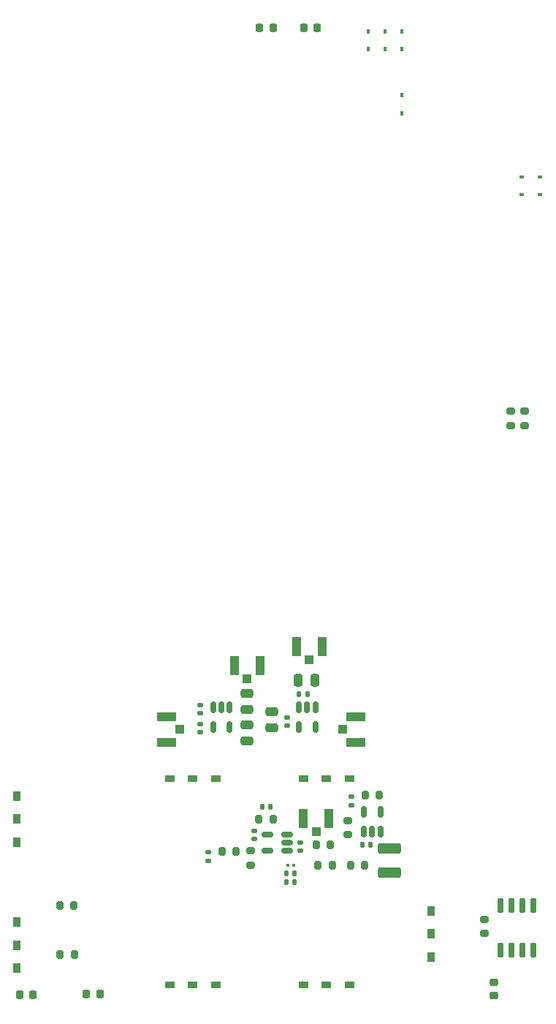
<source format=gbr>
%TF.GenerationSoftware,KiCad,Pcbnew,8.0.3+dfsg-1*%
%TF.CreationDate,2024-06-23T20:26:21+01:00*%
%TF.ProjectId,low-noise-power-probe-panel,6c6f772d-6e6f-4697-9365-2d706f776572,rev?*%
%TF.SameCoordinates,Original*%
%TF.FileFunction,Paste,Bot*%
%TF.FilePolarity,Positive*%
%FSLAX46Y46*%
G04 Gerber Fmt 4.6, Leading zero omitted, Abs format (unit mm)*
G04 Created by KiCad (PCBNEW 8.0.3+dfsg-1) date 2024-06-23 20:26:21*
%MOMM*%
%LPD*%
G01*
G04 APERTURE LIST*
G04 Aperture macros list*
%AMRoundRect*
0 Rectangle with rounded corners*
0 $1 Rounding radius*
0 $2 $3 $4 $5 $6 $7 $8 $9 X,Y pos of 4 corners*
0 Add a 4 corners polygon primitive as box body*
4,1,4,$2,$3,$4,$5,$6,$7,$8,$9,$2,$3,0*
0 Add four circle primitives for the rounded corners*
1,1,$1+$1,$2,$3*
1,1,$1+$1,$4,$5*
1,1,$1+$1,$6,$7*
1,1,$1+$1,$8,$9*
0 Add four rect primitives between the rounded corners*
20,1,$1+$1,$2,$3,$4,$5,0*
20,1,$1+$1,$4,$5,$6,$7,0*
20,1,$1+$1,$6,$7,$8,$9,0*
20,1,$1+$1,$8,$9,$2,$3,0*%
G04 Aperture macros list end*
%ADD10R,1.050000X2.200000*%
%ADD11R,1.000000X1.050000*%
%ADD12RoundRect,0.140000X0.170000X-0.140000X0.170000X0.140000X-0.170000X0.140000X-0.170000X-0.140000X0*%
%ADD13RoundRect,0.250000X0.475000X-0.250000X0.475000X0.250000X-0.475000X0.250000X-0.475000X-0.250000X0*%
%ADD14RoundRect,0.218750X-0.218750X-0.256250X0.218750X-0.256250X0.218750X0.256250X-0.218750X0.256250X0*%
%ADD15R,0.600000X0.450000*%
%ADD16R,2.200000X1.050000*%
%ADD17R,1.050000X1.000000*%
%ADD18RoundRect,0.200000X0.200000X0.275000X-0.200000X0.275000X-0.200000X-0.275000X0.200000X-0.275000X0*%
%ADD19RoundRect,0.200000X-0.200000X-0.275000X0.200000X-0.275000X0.200000X0.275000X-0.200000X0.275000X0*%
%ADD20RoundRect,0.150000X0.512500X0.150000X-0.512500X0.150000X-0.512500X-0.150000X0.512500X-0.150000X0*%
%ADD21RoundRect,0.140000X-0.140000X-0.170000X0.140000X-0.170000X0.140000X0.170000X-0.140000X0.170000X0*%
%ADD22RoundRect,0.150000X0.150000X-0.512500X0.150000X0.512500X-0.150000X0.512500X-0.150000X-0.512500X0*%
%ADD23RoundRect,0.150000X-0.150000X0.512500X-0.150000X-0.512500X0.150000X-0.512500X0.150000X0.512500X0*%
%ADD24RoundRect,0.250000X-0.250000X-0.475000X0.250000X-0.475000X0.250000X0.475000X-0.250000X0.475000X0*%
%ADD25RoundRect,0.200000X-0.275000X0.200000X-0.275000X-0.200000X0.275000X-0.200000X0.275000X0.200000X0*%
%ADD26RoundRect,0.140000X0.140000X0.170000X-0.140000X0.170000X-0.140000X-0.170000X0.140000X-0.170000X0*%
%ADD27R,0.450000X0.600000*%
%ADD28RoundRect,0.218750X0.256250X-0.218750X0.256250X0.218750X-0.256250X0.218750X-0.256250X-0.218750X0*%
%ADD29RoundRect,0.140000X-0.170000X0.140000X-0.170000X-0.140000X0.170000X-0.140000X0.170000X0.140000X0*%
%ADD30RoundRect,0.250000X-1.075000X0.375000X-1.075000X-0.375000X1.075000X-0.375000X1.075000X0.375000X0*%
%ADD31RoundRect,0.200000X0.275000X-0.200000X0.275000X0.200000X-0.275000X0.200000X-0.275000X-0.200000X0*%
%ADD32RoundRect,0.079500X-0.079500X-0.100500X0.079500X-0.100500X0.079500X0.100500X-0.079500X0.100500X0*%
%ADD33RoundRect,0.150000X-0.150000X0.725000X-0.150000X-0.725000X0.150000X-0.725000X0.150000X0.725000X0*%
%ADD34RoundRect,0.250000X-0.475000X0.250000X-0.475000X-0.250000X0.475000X-0.250000X0.475000X0.250000X0*%
G04 APERTURE END LIST*
%TO.C,J11*%
G36*
X211100000Y-138075000D02*
G01*
X212200000Y-138075000D01*
X212200000Y-137275000D01*
X211100000Y-137275000D01*
X211100000Y-138075000D01*
G37*
G36*
X213750000Y-138075000D02*
G01*
X214850000Y-138075000D01*
X214850000Y-137275000D01*
X213750000Y-137275000D01*
X213750000Y-138075000D01*
G37*
G36*
X216400000Y-138075000D02*
G01*
X217500000Y-138075000D01*
X217500000Y-137275000D01*
X216400000Y-137275000D01*
X216400000Y-138075000D01*
G37*
%TO.C,J7*%
G36*
X178800000Y-130975000D02*
G01*
X178000000Y-130975000D01*
X178000000Y-129875000D01*
X178800000Y-129875000D01*
X178800000Y-130975000D01*
G37*
G36*
X178800000Y-133625000D02*
G01*
X178000000Y-133625000D01*
X178000000Y-132525000D01*
X178800000Y-132525000D01*
X178800000Y-133625000D01*
G37*
G36*
X178800000Y-136275000D02*
G01*
X178000000Y-136275000D01*
X178000000Y-135175000D01*
X178800000Y-135175000D01*
X178800000Y-136275000D01*
G37*
%TO.C,J9*%
G36*
X211100000Y-114175000D02*
G01*
X212200000Y-114175000D01*
X212200000Y-113375000D01*
X211100000Y-113375000D01*
X211100000Y-114175000D01*
G37*
G36*
X213750000Y-114175000D02*
G01*
X214850000Y-114175000D01*
X214850000Y-113375000D01*
X213750000Y-113375000D01*
X213750000Y-114175000D01*
G37*
G36*
X216400000Y-114175000D02*
G01*
X217500000Y-114175000D01*
X217500000Y-113375000D01*
X216400000Y-113375000D01*
X216400000Y-114175000D01*
G37*
%TO.C,J8*%
G36*
X196700000Y-113375000D02*
G01*
X195600000Y-113375000D01*
X195600000Y-114175000D01*
X196700000Y-114175000D01*
X196700000Y-113375000D01*
G37*
G36*
X199350000Y-113375000D02*
G01*
X198250000Y-113375000D01*
X198250000Y-114175000D01*
X199350000Y-114175000D01*
X199350000Y-113375000D01*
G37*
G36*
X202000000Y-113375000D02*
G01*
X200900000Y-113375000D01*
X200900000Y-114175000D01*
X202000000Y-114175000D01*
X202000000Y-113375000D01*
G37*
%TO.C,J12*%
G36*
X226800000Y-129675000D02*
G01*
X226000000Y-129675000D01*
X226000000Y-128575000D01*
X226800000Y-128575000D01*
X226800000Y-129675000D01*
G37*
G36*
X226800000Y-132325000D02*
G01*
X226000000Y-132325000D01*
X226000000Y-131225000D01*
X226800000Y-131225000D01*
X226800000Y-132325000D01*
G37*
G36*
X226800000Y-134975000D02*
G01*
X226000000Y-134975000D01*
X226000000Y-133875000D01*
X226800000Y-133875000D01*
X226800000Y-134975000D01*
G37*
%TO.C,J6*%
G36*
X178800000Y-116375000D02*
G01*
X178000000Y-116375000D01*
X178000000Y-115275000D01*
X178800000Y-115275000D01*
X178800000Y-116375000D01*
G37*
G36*
X178800000Y-119025000D02*
G01*
X178000000Y-119025000D01*
X178000000Y-117925000D01*
X178800000Y-117925000D01*
X178800000Y-119025000D01*
G37*
G36*
X178800000Y-121675000D02*
G01*
X178000000Y-121675000D01*
X178000000Y-120575000D01*
X178800000Y-120575000D01*
X178800000Y-121675000D01*
G37*
%TO.C,J10*%
G36*
X195600000Y-138075000D02*
G01*
X196700000Y-138075000D01*
X196700000Y-137275000D01*
X195600000Y-137275000D01*
X195600000Y-138075000D01*
G37*
G36*
X198250000Y-138075000D02*
G01*
X199350000Y-138075000D01*
X199350000Y-137275000D01*
X198250000Y-137275000D01*
X198250000Y-138075000D01*
G37*
G36*
X200900000Y-138075000D02*
G01*
X202000000Y-138075000D01*
X202000000Y-137275000D01*
X200900000Y-137275000D01*
X200900000Y-138075000D01*
G37*
%TD*%
D10*
%TO.C,TP19*%
X210825000Y-98487500D03*
X213775000Y-98487500D03*
D11*
X212300000Y-100012500D03*
%TD*%
D12*
%TO.C,C2*%
X200600000Y-123280000D03*
X200600000Y-122320000D03*
%TD*%
D13*
%TO.C,C7*%
X205100000Y-109450000D03*
X205100000Y-107550000D03*
%TD*%
D10*
%TO.C,TP18*%
X203625000Y-100730000D03*
X206575000Y-100730000D03*
D11*
X205100000Y-102255000D03*
%TD*%
D14*
%TO.C,D4*%
X186462500Y-138750000D03*
X188037500Y-138750000D03*
%TD*%
D12*
%TO.C,C6*%
X199700000Y-106255000D03*
X199700000Y-105295000D03*
%TD*%
D15*
%TO.C,D13*%
X239050000Y-44175000D03*
X236950000Y-44175000D03*
%TD*%
D16*
%TO.C,TP5*%
X195800000Y-109575000D03*
X195800000Y-106625000D03*
D17*
X197325000Y-108100000D03*
%TD*%
D18*
%TO.C,R16*%
X185075000Y-134125000D03*
X183425000Y-134125000D03*
%TD*%
D19*
%TO.C,R17*%
X183375000Y-128525000D03*
X185025000Y-128525000D03*
%TD*%
D20*
%TO.C,U1*%
X209737500Y-120250000D03*
X209737500Y-121200000D03*
X209737500Y-122150000D03*
X207462500Y-122150000D03*
X207462500Y-120250000D03*
%TD*%
D21*
%TO.C,C18*%
X209620000Y-125775000D03*
X210580000Y-125775000D03*
%TD*%
D22*
%TO.C,U2*%
X220543750Y-119943750D03*
X219593750Y-119943750D03*
X218643750Y-119943750D03*
X218643750Y-117668750D03*
X220543750Y-117668750D03*
%TD*%
D23*
%TO.C,U5*%
X211100000Y-105562500D03*
X212050000Y-105562500D03*
X213000000Y-105562500D03*
X213000000Y-107837500D03*
X211100000Y-107837500D03*
%TD*%
D24*
%TO.C,C10*%
X211050000Y-102375000D03*
X212950000Y-102375000D03*
%TD*%
D10*
%TO.C,TP14*%
X211625000Y-118380000D03*
X214575000Y-118380000D03*
D11*
X213100000Y-119905000D03*
%TD*%
D25*
%TO.C,R15*%
X235650000Y-71275000D03*
X235650000Y-72925000D03*
%TD*%
D12*
%TO.C,C3*%
X205950000Y-120805000D03*
X205950000Y-119845000D03*
%TD*%
D26*
%TO.C,C25*%
X219430000Y-121475000D03*
X218470000Y-121475000D03*
%TD*%
D27*
%TO.C,D11*%
X223050000Y-29375000D03*
X223050000Y-27275000D03*
%TD*%
D28*
%TO.C,D6*%
X233700000Y-138937500D03*
X233700000Y-137362500D03*
%TD*%
D19*
%TO.C,R1*%
X213325000Y-123800000D03*
X214975000Y-123800000D03*
%TD*%
D12*
%TO.C,C26*%
X217200000Y-116855000D03*
X217200000Y-115895000D03*
%TD*%
D21*
%TO.C,C1*%
X209620000Y-124725000D03*
X210580000Y-124725000D03*
%TD*%
D29*
%TO.C,C22*%
X211250000Y-121195000D03*
X211250000Y-122155000D03*
%TD*%
D30*
%TO.C,L1*%
X221600000Y-121900000D03*
X221600000Y-124700000D03*
%TD*%
D12*
%TO.C,C13*%
X209750000Y-107680000D03*
X209750000Y-106720000D03*
%TD*%
D18*
%TO.C,R5*%
X203825000Y-122200000D03*
X202175000Y-122200000D03*
%TD*%
D27*
%TO.C,D9*%
X223050000Y-34675000D03*
X223050000Y-36775000D03*
%TD*%
D31*
%TO.C,R20*%
X232600000Y-131725000D03*
X232600000Y-130075000D03*
%TD*%
D16*
%TO.C,TP10*%
X217700000Y-106625000D03*
X217700000Y-109575000D03*
D17*
X216175000Y-108100000D03*
%TD*%
D23*
%TO.C,U3*%
X201150000Y-105562500D03*
X202100000Y-105562500D03*
X203050000Y-105562500D03*
X203050000Y-107837500D03*
X201150000Y-107837500D03*
%TD*%
D21*
%TO.C,C20*%
X206820000Y-117075000D03*
X207780000Y-117075000D03*
%TD*%
D32*
%TO.C,C19*%
X209805000Y-123825000D03*
X210495000Y-123825000D03*
%TD*%
D14*
%TO.C,D1*%
X206537500Y-26925000D03*
X208112500Y-26925000D03*
%TD*%
D25*
%TO.C,R6*%
X216800000Y-118625000D03*
X216800000Y-120275000D03*
%TD*%
D14*
%TO.C,D5*%
X211662500Y-26925000D03*
X213237500Y-26925000D03*
%TD*%
D27*
%TO.C,D10*%
X219150000Y-29375000D03*
X219150000Y-27275000D03*
%TD*%
D25*
%TO.C,R25*%
X237225000Y-71275000D03*
X237225000Y-72925000D03*
%TD*%
D18*
%TO.C,R4*%
X220425000Y-115700000D03*
X218775000Y-115700000D03*
%TD*%
D33*
%TO.C,U7*%
X234495000Y-128525000D03*
X235765000Y-128525000D03*
X237035000Y-128525000D03*
X238305000Y-128525000D03*
X238305000Y-133675000D03*
X237035000Y-133675000D03*
X235765000Y-133675000D03*
X234495000Y-133675000D03*
%TD*%
D15*
%TO.C,D15*%
X239050000Y-46175000D03*
X236950000Y-46175000D03*
%TD*%
D27*
%TO.C,D12*%
X221100000Y-29375000D03*
X221100000Y-27275000D03*
%TD*%
D34*
%TO.C,C5*%
X205100000Y-103900000D03*
X205100000Y-105800000D03*
%TD*%
D18*
%TO.C,R7*%
X218725000Y-123800000D03*
X217075000Y-123800000D03*
%TD*%
D14*
%TO.C,D3*%
X178712500Y-138775000D03*
X180287500Y-138775000D03*
%TD*%
D31*
%TO.C,R2*%
X205500000Y-123825000D03*
X205500000Y-122175000D03*
%TD*%
D18*
%TO.C,R3*%
X208125000Y-118450000D03*
X206475000Y-118450000D03*
%TD*%
D29*
%TO.C,C8*%
X199700000Y-107495000D03*
X199700000Y-108455000D03*
%TD*%
D26*
%TO.C,C11*%
X212080000Y-103975000D03*
X211120000Y-103975000D03*
%TD*%
D18*
%TO.C,R26*%
X214775000Y-121475000D03*
X213125000Y-121475000D03*
%TD*%
D34*
%TO.C,C12*%
X207950000Y-106050000D03*
X207950000Y-107950000D03*
%TD*%
M02*

</source>
